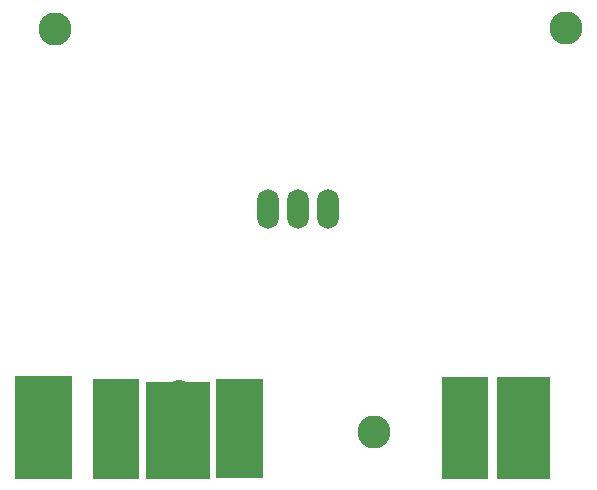
<source format=gbr>
%TF.GenerationSoftware,KiCad,Pcbnew,8.0.3*%
%TF.CreationDate,2024-09-06T18:55:24+02:00*%
%TF.ProjectId,nixie_supply,6e697869-655f-4737-9570-706c792e6b69,rev?*%
%TF.SameCoordinates,Original*%
%TF.FileFunction,Soldermask,Bot*%
%TF.FilePolarity,Negative*%
%FSLAX46Y46*%
G04 Gerber Fmt 4.6, Leading zero omitted, Abs format (unit mm)*
G04 Created by KiCad (PCBNEW 8.0.3) date 2024-09-06 18:55:24*
%MOMM*%
%LPD*%
G01*
G04 APERTURE LIST*
%ADD10C,0.100000*%
%ADD11O,2.095500X3.886200*%
%ADD12C,2.800000*%
%ADD13O,1.828800X3.352800*%
G04 APERTURE END LIST*
D10*
X163900000Y-117500000D02*
X168350000Y-117500000D01*
X168350000Y-126000000D01*
X163900000Y-126000000D01*
X163900000Y-117500000D01*
G36*
X163900000Y-117500000D02*
G01*
X168350000Y-117500000D01*
X168350000Y-126000000D01*
X163900000Y-126000000D01*
X163900000Y-117500000D01*
G37*
X159250000Y-117500000D02*
X163100000Y-117500000D01*
X163100000Y-126000000D01*
X159250000Y-126000000D01*
X159250000Y-117500000D01*
G36*
X159250000Y-117500000D02*
G01*
X163100000Y-117500000D01*
X163100000Y-126000000D01*
X159250000Y-126000000D01*
X159250000Y-117500000D01*
G37*
X140150000Y-117650000D02*
X144000000Y-117650000D01*
X144000000Y-125950000D01*
X140150000Y-125950000D01*
X140150000Y-117650000D01*
G36*
X140150000Y-117650000D02*
G01*
X144000000Y-117650000D01*
X144000000Y-125950000D01*
X140150000Y-125950000D01*
X140150000Y-117650000D01*
G37*
X134250000Y-117900000D02*
X139500000Y-117900000D01*
X139500000Y-126000000D01*
X134250000Y-126000000D01*
X134250000Y-117900000D01*
G36*
X134250000Y-117900000D02*
G01*
X139500000Y-117900000D01*
X139500000Y-126000000D01*
X134250000Y-126000000D01*
X134250000Y-117900000D01*
G37*
X129700000Y-117600000D02*
X133550000Y-117600000D01*
X133550000Y-126000000D01*
X129700000Y-126000000D01*
X129700000Y-117600000D01*
G36*
X129700000Y-117600000D02*
G01*
X133550000Y-117600000D01*
X133550000Y-126000000D01*
X129700000Y-126000000D01*
X129700000Y-117600000D01*
G37*
X123100000Y-117400000D02*
X127900000Y-117400000D01*
X127900000Y-126000000D01*
X123100000Y-126000000D01*
X123100000Y-117400000D01*
G36*
X123100000Y-117400000D02*
G01*
X127900000Y-117400000D01*
X127900000Y-126000000D01*
X123100000Y-126000000D01*
X123100000Y-117400000D01*
G37*
D11*
%TO.C,J3*%
X161181100Y-119633600D03*
X166181100Y-119633600D03*
%TD*%
%TO.C,J1*%
X126681100Y-119633600D03*
X131681100Y-119633600D03*
%TD*%
%TO.C,J2*%
X136981100Y-119633600D03*
X141981100Y-119633600D03*
%TD*%
D12*
%TO.C,U$4*%
X153481100Y-122133600D03*
%TD*%
D13*
%TO.C,T1*%
X147081100Y-103273600D03*
X144541100Y-103273600D03*
X149621100Y-103273600D03*
%TD*%
D12*
%TO.C,U$2*%
X126481100Y-88033600D03*
%TD*%
%TO.C,U$3*%
X169771100Y-87933600D03*
%TD*%
M02*

</source>
